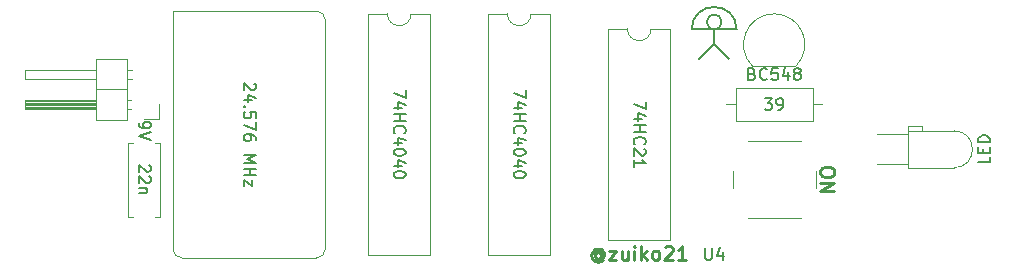
<source format=gto>
G04 #@! TF.GenerationSoftware,KiCad,Pcbnew,8.0.9*
G04 #@! TF.CreationDate,2025-03-02T13:36:19+01:00*
G04 #@! TF.ProjectId,strobe,7374726f-6265-42e6-9b69-6361645f7063,rev?*
G04 #@! TF.SameCoordinates,Original*
G04 #@! TF.FileFunction,Legend,Top*
G04 #@! TF.FilePolarity,Positive*
%FSLAX46Y46*%
G04 Gerber Fmt 4.6, Leading zero omitted, Abs format (unit mm)*
G04 Created by KiCad (PCBNEW 8.0.9) date 2025-03-02 13:36:19*
%MOMM*%
%LPD*%
G01*
G04 APERTURE LIST*
%ADD10C,0.200000*%
%ADD11C,0.240000*%
%ADD12C,0.150000*%
%ADD13C,0.120000*%
%ADD14R,1.600000X1.600000*%
%ADD15O,1.600000X1.600000*%
%ADD16R,1.050000X1.500000*%
%ADD17O,1.050000X1.500000*%
%ADD18C,2.000000*%
%ADD19R,1.800000X1.800000*%
%ADD20C,1.800000*%
%ADD21R,1.700000X1.700000*%
%ADD22O,1.700000X1.700000*%
%ADD23C,1.600000*%
%ADD24R,1.905000X2.000000*%
%ADD25O,1.905000X2.000000*%
G04 APERTURE END LIST*
D10*
X138430000Y-93980000D02*
X138430000Y-95250000D01*
X138430000Y-95250000D02*
X137160000Y-96520000D01*
X138430000Y-95250000D02*
X139700000Y-96520000D01*
X136525000Y-93980000D02*
G75*
G02*
X140335000Y-93980000I1905000J0D01*
G01*
X139065000Y-93345000D02*
G75*
G02*
X137795000Y-93345000I-635000J0D01*
G01*
X137795000Y-93345000D02*
G75*
G02*
X139065000Y-93345000I635000J0D01*
G01*
X136525000Y-93980000D02*
X140335000Y-93980000D01*
D11*
X128821465Y-112934234D02*
X128764322Y-112877091D01*
X128764322Y-112877091D02*
X128650036Y-112819948D01*
X128650036Y-112819948D02*
X128535751Y-112819948D01*
X128535751Y-112819948D02*
X128421465Y-112877091D01*
X128421465Y-112877091D02*
X128364322Y-112934234D01*
X128364322Y-112934234D02*
X128307179Y-113048520D01*
X128307179Y-113048520D02*
X128307179Y-113162805D01*
X128307179Y-113162805D02*
X128364322Y-113277091D01*
X128364322Y-113277091D02*
X128421465Y-113334234D01*
X128421465Y-113334234D02*
X128535751Y-113391377D01*
X128535751Y-113391377D02*
X128650036Y-113391377D01*
X128650036Y-113391377D02*
X128764322Y-113334234D01*
X128764322Y-113334234D02*
X128821465Y-113277091D01*
X128821465Y-112819948D02*
X128821465Y-113277091D01*
X128821465Y-113277091D02*
X128878608Y-113334234D01*
X128878608Y-113334234D02*
X128935751Y-113334234D01*
X128935751Y-113334234D02*
X129050036Y-113277091D01*
X129050036Y-113277091D02*
X129107179Y-113162805D01*
X129107179Y-113162805D02*
X129107179Y-112877091D01*
X129107179Y-112877091D02*
X128992894Y-112705662D01*
X128992894Y-112705662D02*
X128821465Y-112591377D01*
X128821465Y-112591377D02*
X128592894Y-112534234D01*
X128592894Y-112534234D02*
X128364322Y-112591377D01*
X128364322Y-112591377D02*
X128192894Y-112705662D01*
X128192894Y-112705662D02*
X128078608Y-112877091D01*
X128078608Y-112877091D02*
X128021465Y-113105662D01*
X128021465Y-113105662D02*
X128078608Y-113334234D01*
X128078608Y-113334234D02*
X128192894Y-113505662D01*
X128192894Y-113505662D02*
X128364322Y-113619948D01*
X128364322Y-113619948D02*
X128592894Y-113677091D01*
X128592894Y-113677091D02*
X128821465Y-113619948D01*
X128821465Y-113619948D02*
X128992894Y-113505662D01*
X129507179Y-112705662D02*
X130135751Y-112705662D01*
X130135751Y-112705662D02*
X129507179Y-113505662D01*
X129507179Y-113505662D02*
X130135751Y-113505662D01*
X131107180Y-112705662D02*
X131107180Y-113505662D01*
X130592894Y-112705662D02*
X130592894Y-113334234D01*
X130592894Y-113334234D02*
X130650037Y-113448520D01*
X130650037Y-113448520D02*
X130764322Y-113505662D01*
X130764322Y-113505662D02*
X130935751Y-113505662D01*
X130935751Y-113505662D02*
X131050037Y-113448520D01*
X131050037Y-113448520D02*
X131107180Y-113391377D01*
X131678608Y-113505662D02*
X131678608Y-112705662D01*
X131678608Y-112305662D02*
X131621465Y-112362805D01*
X131621465Y-112362805D02*
X131678608Y-112419948D01*
X131678608Y-112419948D02*
X131735751Y-112362805D01*
X131735751Y-112362805D02*
X131678608Y-112305662D01*
X131678608Y-112305662D02*
X131678608Y-112419948D01*
X132250037Y-113505662D02*
X132250037Y-112305662D01*
X132364323Y-113048520D02*
X132707180Y-113505662D01*
X132707180Y-112705662D02*
X132250037Y-113162805D01*
X133392894Y-113505662D02*
X133278609Y-113448520D01*
X133278609Y-113448520D02*
X133221466Y-113391377D01*
X133221466Y-113391377D02*
X133164323Y-113277091D01*
X133164323Y-113277091D02*
X133164323Y-112934234D01*
X133164323Y-112934234D02*
X133221466Y-112819948D01*
X133221466Y-112819948D02*
X133278609Y-112762805D01*
X133278609Y-112762805D02*
X133392894Y-112705662D01*
X133392894Y-112705662D02*
X133564323Y-112705662D01*
X133564323Y-112705662D02*
X133678609Y-112762805D01*
X133678609Y-112762805D02*
X133735752Y-112819948D01*
X133735752Y-112819948D02*
X133792894Y-112934234D01*
X133792894Y-112934234D02*
X133792894Y-113277091D01*
X133792894Y-113277091D02*
X133735752Y-113391377D01*
X133735752Y-113391377D02*
X133678609Y-113448520D01*
X133678609Y-113448520D02*
X133564323Y-113505662D01*
X133564323Y-113505662D02*
X133392894Y-113505662D01*
X134250037Y-112419948D02*
X134307180Y-112362805D01*
X134307180Y-112362805D02*
X134421466Y-112305662D01*
X134421466Y-112305662D02*
X134707180Y-112305662D01*
X134707180Y-112305662D02*
X134821466Y-112362805D01*
X134821466Y-112362805D02*
X134878608Y-112419948D01*
X134878608Y-112419948D02*
X134935751Y-112534234D01*
X134935751Y-112534234D02*
X134935751Y-112648520D01*
X134935751Y-112648520D02*
X134878608Y-112819948D01*
X134878608Y-112819948D02*
X134192894Y-113505662D01*
X134192894Y-113505662D02*
X134935751Y-113505662D01*
X136078608Y-113505662D02*
X135392894Y-113505662D01*
X135735751Y-113505662D02*
X135735751Y-112305662D01*
X135735751Y-112305662D02*
X135621465Y-112477091D01*
X135621465Y-112477091D02*
X135507180Y-112591377D01*
X135507180Y-112591377D02*
X135392894Y-112648520D01*
D12*
X132625180Y-100084286D02*
X132625180Y-100750952D01*
X132625180Y-100750952D02*
X131625180Y-100322381D01*
X132291847Y-101560476D02*
X131625180Y-101560476D01*
X132672800Y-101322381D02*
X131958514Y-101084286D01*
X131958514Y-101084286D02*
X131958514Y-101703333D01*
X131625180Y-102084286D02*
X132625180Y-102084286D01*
X132148990Y-102084286D02*
X132148990Y-102655714D01*
X131625180Y-102655714D02*
X132625180Y-102655714D01*
X131720419Y-103703333D02*
X131672800Y-103655714D01*
X131672800Y-103655714D02*
X131625180Y-103512857D01*
X131625180Y-103512857D02*
X131625180Y-103417619D01*
X131625180Y-103417619D02*
X131672800Y-103274762D01*
X131672800Y-103274762D02*
X131768038Y-103179524D01*
X131768038Y-103179524D02*
X131863276Y-103131905D01*
X131863276Y-103131905D02*
X132053752Y-103084286D01*
X132053752Y-103084286D02*
X132196609Y-103084286D01*
X132196609Y-103084286D02*
X132387085Y-103131905D01*
X132387085Y-103131905D02*
X132482323Y-103179524D01*
X132482323Y-103179524D02*
X132577561Y-103274762D01*
X132577561Y-103274762D02*
X132625180Y-103417619D01*
X132625180Y-103417619D02*
X132625180Y-103512857D01*
X132625180Y-103512857D02*
X132577561Y-103655714D01*
X132577561Y-103655714D02*
X132529942Y-103703333D01*
X132529942Y-104084286D02*
X132577561Y-104131905D01*
X132577561Y-104131905D02*
X132625180Y-104227143D01*
X132625180Y-104227143D02*
X132625180Y-104465238D01*
X132625180Y-104465238D02*
X132577561Y-104560476D01*
X132577561Y-104560476D02*
X132529942Y-104608095D01*
X132529942Y-104608095D02*
X132434704Y-104655714D01*
X132434704Y-104655714D02*
X132339466Y-104655714D01*
X132339466Y-104655714D02*
X132196609Y-104608095D01*
X132196609Y-104608095D02*
X131625180Y-104036667D01*
X131625180Y-104036667D02*
X131625180Y-104655714D01*
X131625180Y-105608095D02*
X131625180Y-105036667D01*
X131625180Y-105322381D02*
X132625180Y-105322381D01*
X132625180Y-105322381D02*
X132482323Y-105227143D01*
X132482323Y-105227143D02*
X132387085Y-105131905D01*
X132387085Y-105131905D02*
X132339466Y-105036667D01*
X122465180Y-99131905D02*
X122465180Y-99798571D01*
X122465180Y-99798571D02*
X121465180Y-99370000D01*
X122131847Y-100608095D02*
X121465180Y-100608095D01*
X122512800Y-100370000D02*
X121798514Y-100131905D01*
X121798514Y-100131905D02*
X121798514Y-100750952D01*
X121465180Y-101131905D02*
X122465180Y-101131905D01*
X121988990Y-101131905D02*
X121988990Y-101703333D01*
X121465180Y-101703333D02*
X122465180Y-101703333D01*
X121560419Y-102750952D02*
X121512800Y-102703333D01*
X121512800Y-102703333D02*
X121465180Y-102560476D01*
X121465180Y-102560476D02*
X121465180Y-102465238D01*
X121465180Y-102465238D02*
X121512800Y-102322381D01*
X121512800Y-102322381D02*
X121608038Y-102227143D01*
X121608038Y-102227143D02*
X121703276Y-102179524D01*
X121703276Y-102179524D02*
X121893752Y-102131905D01*
X121893752Y-102131905D02*
X122036609Y-102131905D01*
X122036609Y-102131905D02*
X122227085Y-102179524D01*
X122227085Y-102179524D02*
X122322323Y-102227143D01*
X122322323Y-102227143D02*
X122417561Y-102322381D01*
X122417561Y-102322381D02*
X122465180Y-102465238D01*
X122465180Y-102465238D02*
X122465180Y-102560476D01*
X122465180Y-102560476D02*
X122417561Y-102703333D01*
X122417561Y-102703333D02*
X122369942Y-102750952D01*
X122131847Y-103608095D02*
X121465180Y-103608095D01*
X122512800Y-103370000D02*
X121798514Y-103131905D01*
X121798514Y-103131905D02*
X121798514Y-103750952D01*
X122465180Y-104322381D02*
X122465180Y-104417619D01*
X122465180Y-104417619D02*
X122417561Y-104512857D01*
X122417561Y-104512857D02*
X122369942Y-104560476D01*
X122369942Y-104560476D02*
X122274704Y-104608095D01*
X122274704Y-104608095D02*
X122084228Y-104655714D01*
X122084228Y-104655714D02*
X121846133Y-104655714D01*
X121846133Y-104655714D02*
X121655657Y-104608095D01*
X121655657Y-104608095D02*
X121560419Y-104560476D01*
X121560419Y-104560476D02*
X121512800Y-104512857D01*
X121512800Y-104512857D02*
X121465180Y-104417619D01*
X121465180Y-104417619D02*
X121465180Y-104322381D01*
X121465180Y-104322381D02*
X121512800Y-104227143D01*
X121512800Y-104227143D02*
X121560419Y-104179524D01*
X121560419Y-104179524D02*
X121655657Y-104131905D01*
X121655657Y-104131905D02*
X121846133Y-104084286D01*
X121846133Y-104084286D02*
X122084228Y-104084286D01*
X122084228Y-104084286D02*
X122274704Y-104131905D01*
X122274704Y-104131905D02*
X122369942Y-104179524D01*
X122369942Y-104179524D02*
X122417561Y-104227143D01*
X122417561Y-104227143D02*
X122465180Y-104322381D01*
X122131847Y-105512857D02*
X121465180Y-105512857D01*
X122512800Y-105274762D02*
X121798514Y-105036667D01*
X121798514Y-105036667D02*
X121798514Y-105655714D01*
X122465180Y-106227143D02*
X122465180Y-106322381D01*
X122465180Y-106322381D02*
X122417561Y-106417619D01*
X122417561Y-106417619D02*
X122369942Y-106465238D01*
X122369942Y-106465238D02*
X122274704Y-106512857D01*
X122274704Y-106512857D02*
X122084228Y-106560476D01*
X122084228Y-106560476D02*
X121846133Y-106560476D01*
X121846133Y-106560476D02*
X121655657Y-106512857D01*
X121655657Y-106512857D02*
X121560419Y-106465238D01*
X121560419Y-106465238D02*
X121512800Y-106417619D01*
X121512800Y-106417619D02*
X121465180Y-106322381D01*
X121465180Y-106322381D02*
X121465180Y-106227143D01*
X121465180Y-106227143D02*
X121512800Y-106131905D01*
X121512800Y-106131905D02*
X121560419Y-106084286D01*
X121560419Y-106084286D02*
X121655657Y-106036667D01*
X121655657Y-106036667D02*
X121846133Y-105989048D01*
X121846133Y-105989048D02*
X122084228Y-105989048D01*
X122084228Y-105989048D02*
X122274704Y-106036667D01*
X122274704Y-106036667D02*
X122369942Y-106084286D01*
X122369942Y-106084286D02*
X122417561Y-106131905D01*
X122417561Y-106131905D02*
X122465180Y-106227143D01*
X141652857Y-97721009D02*
X141795714Y-97768628D01*
X141795714Y-97768628D02*
X141843333Y-97816247D01*
X141843333Y-97816247D02*
X141890952Y-97911485D01*
X141890952Y-97911485D02*
X141890952Y-98054342D01*
X141890952Y-98054342D02*
X141843333Y-98149580D01*
X141843333Y-98149580D02*
X141795714Y-98197200D01*
X141795714Y-98197200D02*
X141700476Y-98244819D01*
X141700476Y-98244819D02*
X141319524Y-98244819D01*
X141319524Y-98244819D02*
X141319524Y-97244819D01*
X141319524Y-97244819D02*
X141652857Y-97244819D01*
X141652857Y-97244819D02*
X141748095Y-97292438D01*
X141748095Y-97292438D02*
X141795714Y-97340057D01*
X141795714Y-97340057D02*
X141843333Y-97435295D01*
X141843333Y-97435295D02*
X141843333Y-97530533D01*
X141843333Y-97530533D02*
X141795714Y-97625771D01*
X141795714Y-97625771D02*
X141748095Y-97673390D01*
X141748095Y-97673390D02*
X141652857Y-97721009D01*
X141652857Y-97721009D02*
X141319524Y-97721009D01*
X142890952Y-98149580D02*
X142843333Y-98197200D01*
X142843333Y-98197200D02*
X142700476Y-98244819D01*
X142700476Y-98244819D02*
X142605238Y-98244819D01*
X142605238Y-98244819D02*
X142462381Y-98197200D01*
X142462381Y-98197200D02*
X142367143Y-98101961D01*
X142367143Y-98101961D02*
X142319524Y-98006723D01*
X142319524Y-98006723D02*
X142271905Y-97816247D01*
X142271905Y-97816247D02*
X142271905Y-97673390D01*
X142271905Y-97673390D02*
X142319524Y-97482914D01*
X142319524Y-97482914D02*
X142367143Y-97387676D01*
X142367143Y-97387676D02*
X142462381Y-97292438D01*
X142462381Y-97292438D02*
X142605238Y-97244819D01*
X142605238Y-97244819D02*
X142700476Y-97244819D01*
X142700476Y-97244819D02*
X142843333Y-97292438D01*
X142843333Y-97292438D02*
X142890952Y-97340057D01*
X143795714Y-97244819D02*
X143319524Y-97244819D01*
X143319524Y-97244819D02*
X143271905Y-97721009D01*
X143271905Y-97721009D02*
X143319524Y-97673390D01*
X143319524Y-97673390D02*
X143414762Y-97625771D01*
X143414762Y-97625771D02*
X143652857Y-97625771D01*
X143652857Y-97625771D02*
X143748095Y-97673390D01*
X143748095Y-97673390D02*
X143795714Y-97721009D01*
X143795714Y-97721009D02*
X143843333Y-97816247D01*
X143843333Y-97816247D02*
X143843333Y-98054342D01*
X143843333Y-98054342D02*
X143795714Y-98149580D01*
X143795714Y-98149580D02*
X143748095Y-98197200D01*
X143748095Y-98197200D02*
X143652857Y-98244819D01*
X143652857Y-98244819D02*
X143414762Y-98244819D01*
X143414762Y-98244819D02*
X143319524Y-98197200D01*
X143319524Y-98197200D02*
X143271905Y-98149580D01*
X144700476Y-97578152D02*
X144700476Y-98244819D01*
X144462381Y-97197200D02*
X144224286Y-97911485D01*
X144224286Y-97911485D02*
X144843333Y-97911485D01*
X145367143Y-97673390D02*
X145271905Y-97625771D01*
X145271905Y-97625771D02*
X145224286Y-97578152D01*
X145224286Y-97578152D02*
X145176667Y-97482914D01*
X145176667Y-97482914D02*
X145176667Y-97435295D01*
X145176667Y-97435295D02*
X145224286Y-97340057D01*
X145224286Y-97340057D02*
X145271905Y-97292438D01*
X145271905Y-97292438D02*
X145367143Y-97244819D01*
X145367143Y-97244819D02*
X145557619Y-97244819D01*
X145557619Y-97244819D02*
X145652857Y-97292438D01*
X145652857Y-97292438D02*
X145700476Y-97340057D01*
X145700476Y-97340057D02*
X145748095Y-97435295D01*
X145748095Y-97435295D02*
X145748095Y-97482914D01*
X145748095Y-97482914D02*
X145700476Y-97578152D01*
X145700476Y-97578152D02*
X145652857Y-97625771D01*
X145652857Y-97625771D02*
X145557619Y-97673390D01*
X145557619Y-97673390D02*
X145367143Y-97673390D01*
X145367143Y-97673390D02*
X145271905Y-97721009D01*
X145271905Y-97721009D02*
X145224286Y-97768628D01*
X145224286Y-97768628D02*
X145176667Y-97863866D01*
X145176667Y-97863866D02*
X145176667Y-98054342D01*
X145176667Y-98054342D02*
X145224286Y-98149580D01*
X145224286Y-98149580D02*
X145271905Y-98197200D01*
X145271905Y-98197200D02*
X145367143Y-98244819D01*
X145367143Y-98244819D02*
X145557619Y-98244819D01*
X145557619Y-98244819D02*
X145652857Y-98197200D01*
X145652857Y-98197200D02*
X145700476Y-98149580D01*
X145700476Y-98149580D02*
X145748095Y-98054342D01*
X145748095Y-98054342D02*
X145748095Y-97863866D01*
X145748095Y-97863866D02*
X145700476Y-97768628D01*
X145700476Y-97768628D02*
X145652857Y-97721009D01*
X145652857Y-97721009D02*
X145557619Y-97673390D01*
X112305180Y-99131905D02*
X112305180Y-99798571D01*
X112305180Y-99798571D02*
X111305180Y-99370000D01*
X111971847Y-100608095D02*
X111305180Y-100608095D01*
X112352800Y-100370000D02*
X111638514Y-100131905D01*
X111638514Y-100131905D02*
X111638514Y-100750952D01*
X111305180Y-101131905D02*
X112305180Y-101131905D01*
X111828990Y-101131905D02*
X111828990Y-101703333D01*
X111305180Y-101703333D02*
X112305180Y-101703333D01*
X111400419Y-102750952D02*
X111352800Y-102703333D01*
X111352800Y-102703333D02*
X111305180Y-102560476D01*
X111305180Y-102560476D02*
X111305180Y-102465238D01*
X111305180Y-102465238D02*
X111352800Y-102322381D01*
X111352800Y-102322381D02*
X111448038Y-102227143D01*
X111448038Y-102227143D02*
X111543276Y-102179524D01*
X111543276Y-102179524D02*
X111733752Y-102131905D01*
X111733752Y-102131905D02*
X111876609Y-102131905D01*
X111876609Y-102131905D02*
X112067085Y-102179524D01*
X112067085Y-102179524D02*
X112162323Y-102227143D01*
X112162323Y-102227143D02*
X112257561Y-102322381D01*
X112257561Y-102322381D02*
X112305180Y-102465238D01*
X112305180Y-102465238D02*
X112305180Y-102560476D01*
X112305180Y-102560476D02*
X112257561Y-102703333D01*
X112257561Y-102703333D02*
X112209942Y-102750952D01*
X111971847Y-103608095D02*
X111305180Y-103608095D01*
X112352800Y-103370000D02*
X111638514Y-103131905D01*
X111638514Y-103131905D02*
X111638514Y-103750952D01*
X112305180Y-104322381D02*
X112305180Y-104417619D01*
X112305180Y-104417619D02*
X112257561Y-104512857D01*
X112257561Y-104512857D02*
X112209942Y-104560476D01*
X112209942Y-104560476D02*
X112114704Y-104608095D01*
X112114704Y-104608095D02*
X111924228Y-104655714D01*
X111924228Y-104655714D02*
X111686133Y-104655714D01*
X111686133Y-104655714D02*
X111495657Y-104608095D01*
X111495657Y-104608095D02*
X111400419Y-104560476D01*
X111400419Y-104560476D02*
X111352800Y-104512857D01*
X111352800Y-104512857D02*
X111305180Y-104417619D01*
X111305180Y-104417619D02*
X111305180Y-104322381D01*
X111305180Y-104322381D02*
X111352800Y-104227143D01*
X111352800Y-104227143D02*
X111400419Y-104179524D01*
X111400419Y-104179524D02*
X111495657Y-104131905D01*
X111495657Y-104131905D02*
X111686133Y-104084286D01*
X111686133Y-104084286D02*
X111924228Y-104084286D01*
X111924228Y-104084286D02*
X112114704Y-104131905D01*
X112114704Y-104131905D02*
X112209942Y-104179524D01*
X112209942Y-104179524D02*
X112257561Y-104227143D01*
X112257561Y-104227143D02*
X112305180Y-104322381D01*
X111971847Y-105512857D02*
X111305180Y-105512857D01*
X112352800Y-105274762D02*
X111638514Y-105036667D01*
X111638514Y-105036667D02*
X111638514Y-105655714D01*
X112305180Y-106227143D02*
X112305180Y-106322381D01*
X112305180Y-106322381D02*
X112257561Y-106417619D01*
X112257561Y-106417619D02*
X112209942Y-106465238D01*
X112209942Y-106465238D02*
X112114704Y-106512857D01*
X112114704Y-106512857D02*
X111924228Y-106560476D01*
X111924228Y-106560476D02*
X111686133Y-106560476D01*
X111686133Y-106560476D02*
X111495657Y-106512857D01*
X111495657Y-106512857D02*
X111400419Y-106465238D01*
X111400419Y-106465238D02*
X111352800Y-106417619D01*
X111352800Y-106417619D02*
X111305180Y-106322381D01*
X111305180Y-106322381D02*
X111305180Y-106227143D01*
X111305180Y-106227143D02*
X111352800Y-106131905D01*
X111352800Y-106131905D02*
X111400419Y-106084286D01*
X111400419Y-106084286D02*
X111495657Y-106036667D01*
X111495657Y-106036667D02*
X111686133Y-105989048D01*
X111686133Y-105989048D02*
X111924228Y-105989048D01*
X111924228Y-105989048D02*
X112114704Y-106036667D01*
X112114704Y-106036667D02*
X112209942Y-106084286D01*
X112209942Y-106084286D02*
X112257561Y-106131905D01*
X112257561Y-106131905D02*
X112305180Y-106227143D01*
D11*
X148612337Y-105937142D02*
X148612337Y-106165714D01*
X148612337Y-106165714D02*
X148555194Y-106279999D01*
X148555194Y-106279999D02*
X148440908Y-106394285D01*
X148440908Y-106394285D02*
X148212337Y-106451428D01*
X148212337Y-106451428D02*
X147812337Y-106451428D01*
X147812337Y-106451428D02*
X147583765Y-106394285D01*
X147583765Y-106394285D02*
X147469480Y-106279999D01*
X147469480Y-106279999D02*
X147412337Y-106165714D01*
X147412337Y-106165714D02*
X147412337Y-105937142D01*
X147412337Y-105937142D02*
X147469480Y-105822857D01*
X147469480Y-105822857D02*
X147583765Y-105708571D01*
X147583765Y-105708571D02*
X147812337Y-105651428D01*
X147812337Y-105651428D02*
X148212337Y-105651428D01*
X148212337Y-105651428D02*
X148440908Y-105708571D01*
X148440908Y-105708571D02*
X148555194Y-105822857D01*
X148555194Y-105822857D02*
X148612337Y-105937142D01*
X147412337Y-106965714D02*
X148612337Y-106965714D01*
X148612337Y-106965714D02*
X147412337Y-107651428D01*
X147412337Y-107651428D02*
X148612337Y-107651428D01*
D12*
X161754819Y-104762857D02*
X161754819Y-105239047D01*
X161754819Y-105239047D02*
X160754819Y-105239047D01*
X161231009Y-104429523D02*
X161231009Y-104096190D01*
X161754819Y-103953333D02*
X161754819Y-104429523D01*
X161754819Y-104429523D02*
X160754819Y-104429523D01*
X160754819Y-104429523D02*
X160754819Y-103953333D01*
X161754819Y-103524761D02*
X160754819Y-103524761D01*
X160754819Y-103524761D02*
X160754819Y-103286666D01*
X160754819Y-103286666D02*
X160802438Y-103143809D01*
X160802438Y-103143809D02*
X160897676Y-103048571D01*
X160897676Y-103048571D02*
X160992914Y-103000952D01*
X160992914Y-103000952D02*
X161183390Y-102953333D01*
X161183390Y-102953333D02*
X161326247Y-102953333D01*
X161326247Y-102953333D02*
X161516723Y-103000952D01*
X161516723Y-103000952D02*
X161611961Y-103048571D01*
X161611961Y-103048571D02*
X161707200Y-103143809D01*
X161707200Y-103143809D02*
X161754819Y-103286666D01*
X161754819Y-103286666D02*
X161754819Y-103524761D01*
X89715180Y-101875952D02*
X89715180Y-102066428D01*
X89715180Y-102066428D02*
X89762800Y-102161666D01*
X89762800Y-102161666D02*
X89810419Y-102209285D01*
X89810419Y-102209285D02*
X89953276Y-102304523D01*
X89953276Y-102304523D02*
X90143752Y-102352142D01*
X90143752Y-102352142D02*
X90524704Y-102352142D01*
X90524704Y-102352142D02*
X90619942Y-102304523D01*
X90619942Y-102304523D02*
X90667561Y-102256904D01*
X90667561Y-102256904D02*
X90715180Y-102161666D01*
X90715180Y-102161666D02*
X90715180Y-101971190D01*
X90715180Y-101971190D02*
X90667561Y-101875952D01*
X90667561Y-101875952D02*
X90619942Y-101828333D01*
X90619942Y-101828333D02*
X90524704Y-101780714D01*
X90524704Y-101780714D02*
X90286609Y-101780714D01*
X90286609Y-101780714D02*
X90191371Y-101828333D01*
X90191371Y-101828333D02*
X90143752Y-101875952D01*
X90143752Y-101875952D02*
X90096133Y-101971190D01*
X90096133Y-101971190D02*
X90096133Y-102161666D01*
X90096133Y-102161666D02*
X90143752Y-102256904D01*
X90143752Y-102256904D02*
X90191371Y-102304523D01*
X90191371Y-102304523D02*
X90286609Y-102352142D01*
X90715180Y-102637857D02*
X89715180Y-102971190D01*
X89715180Y-102971190D02*
X90715180Y-103304523D01*
X142700476Y-99784819D02*
X143319523Y-99784819D01*
X143319523Y-99784819D02*
X142986190Y-100165771D01*
X142986190Y-100165771D02*
X143129047Y-100165771D01*
X143129047Y-100165771D02*
X143224285Y-100213390D01*
X143224285Y-100213390D02*
X143271904Y-100261009D01*
X143271904Y-100261009D02*
X143319523Y-100356247D01*
X143319523Y-100356247D02*
X143319523Y-100594342D01*
X143319523Y-100594342D02*
X143271904Y-100689580D01*
X143271904Y-100689580D02*
X143224285Y-100737200D01*
X143224285Y-100737200D02*
X143129047Y-100784819D01*
X143129047Y-100784819D02*
X142843333Y-100784819D01*
X142843333Y-100784819D02*
X142748095Y-100737200D01*
X142748095Y-100737200D02*
X142700476Y-100689580D01*
X143795714Y-100784819D02*
X143986190Y-100784819D01*
X143986190Y-100784819D02*
X144081428Y-100737200D01*
X144081428Y-100737200D02*
X144129047Y-100689580D01*
X144129047Y-100689580D02*
X144224285Y-100546723D01*
X144224285Y-100546723D02*
X144271904Y-100356247D01*
X144271904Y-100356247D02*
X144271904Y-99975295D01*
X144271904Y-99975295D02*
X144224285Y-99880057D01*
X144224285Y-99880057D02*
X144176666Y-99832438D01*
X144176666Y-99832438D02*
X144081428Y-99784819D01*
X144081428Y-99784819D02*
X143890952Y-99784819D01*
X143890952Y-99784819D02*
X143795714Y-99832438D01*
X143795714Y-99832438D02*
X143748095Y-99880057D01*
X143748095Y-99880057D02*
X143700476Y-99975295D01*
X143700476Y-99975295D02*
X143700476Y-100213390D01*
X143700476Y-100213390D02*
X143748095Y-100308628D01*
X143748095Y-100308628D02*
X143795714Y-100356247D01*
X143795714Y-100356247D02*
X143890952Y-100403866D01*
X143890952Y-100403866D02*
X144081428Y-100403866D01*
X144081428Y-100403866D02*
X144176666Y-100356247D01*
X144176666Y-100356247D02*
X144224285Y-100308628D01*
X144224285Y-100308628D02*
X144271904Y-100213390D01*
X99509942Y-98560476D02*
X99557561Y-98608095D01*
X99557561Y-98608095D02*
X99605180Y-98703333D01*
X99605180Y-98703333D02*
X99605180Y-98941428D01*
X99605180Y-98941428D02*
X99557561Y-99036666D01*
X99557561Y-99036666D02*
X99509942Y-99084285D01*
X99509942Y-99084285D02*
X99414704Y-99131904D01*
X99414704Y-99131904D02*
X99319466Y-99131904D01*
X99319466Y-99131904D02*
X99176609Y-99084285D01*
X99176609Y-99084285D02*
X98605180Y-98512857D01*
X98605180Y-98512857D02*
X98605180Y-99131904D01*
X99271847Y-99989047D02*
X98605180Y-99989047D01*
X99652800Y-99750952D02*
X98938514Y-99512857D01*
X98938514Y-99512857D02*
X98938514Y-100131904D01*
X98700419Y-100512857D02*
X98652800Y-100560476D01*
X98652800Y-100560476D02*
X98605180Y-100512857D01*
X98605180Y-100512857D02*
X98652800Y-100465238D01*
X98652800Y-100465238D02*
X98700419Y-100512857D01*
X98700419Y-100512857D02*
X98605180Y-100512857D01*
X99605180Y-101465237D02*
X99605180Y-100989047D01*
X99605180Y-100989047D02*
X99128990Y-100941428D01*
X99128990Y-100941428D02*
X99176609Y-100989047D01*
X99176609Y-100989047D02*
X99224228Y-101084285D01*
X99224228Y-101084285D02*
X99224228Y-101322380D01*
X99224228Y-101322380D02*
X99176609Y-101417618D01*
X99176609Y-101417618D02*
X99128990Y-101465237D01*
X99128990Y-101465237D02*
X99033752Y-101512856D01*
X99033752Y-101512856D02*
X98795657Y-101512856D01*
X98795657Y-101512856D02*
X98700419Y-101465237D01*
X98700419Y-101465237D02*
X98652800Y-101417618D01*
X98652800Y-101417618D02*
X98605180Y-101322380D01*
X98605180Y-101322380D02*
X98605180Y-101084285D01*
X98605180Y-101084285D02*
X98652800Y-100989047D01*
X98652800Y-100989047D02*
X98700419Y-100941428D01*
X99605180Y-101846190D02*
X99605180Y-102512856D01*
X99605180Y-102512856D02*
X98605180Y-102084285D01*
X99605180Y-103322380D02*
X99605180Y-103131904D01*
X99605180Y-103131904D02*
X99557561Y-103036666D01*
X99557561Y-103036666D02*
X99509942Y-102989047D01*
X99509942Y-102989047D02*
X99367085Y-102893809D01*
X99367085Y-102893809D02*
X99176609Y-102846190D01*
X99176609Y-102846190D02*
X98795657Y-102846190D01*
X98795657Y-102846190D02*
X98700419Y-102893809D01*
X98700419Y-102893809D02*
X98652800Y-102941428D01*
X98652800Y-102941428D02*
X98605180Y-103036666D01*
X98605180Y-103036666D02*
X98605180Y-103227142D01*
X98605180Y-103227142D02*
X98652800Y-103322380D01*
X98652800Y-103322380D02*
X98700419Y-103369999D01*
X98700419Y-103369999D02*
X98795657Y-103417618D01*
X98795657Y-103417618D02*
X99033752Y-103417618D01*
X99033752Y-103417618D02*
X99128990Y-103369999D01*
X99128990Y-103369999D02*
X99176609Y-103322380D01*
X99176609Y-103322380D02*
X99224228Y-103227142D01*
X99224228Y-103227142D02*
X99224228Y-103036666D01*
X99224228Y-103036666D02*
X99176609Y-102941428D01*
X99176609Y-102941428D02*
X99128990Y-102893809D01*
X99128990Y-102893809D02*
X99033752Y-102846190D01*
X98605180Y-104608095D02*
X99605180Y-104608095D01*
X99605180Y-104608095D02*
X98890895Y-104941428D01*
X98890895Y-104941428D02*
X99605180Y-105274761D01*
X99605180Y-105274761D02*
X98605180Y-105274761D01*
X98605180Y-105750952D02*
X99605180Y-105750952D01*
X99128990Y-105750952D02*
X99128990Y-106322380D01*
X98605180Y-106322380D02*
X99605180Y-106322380D01*
X99271847Y-106703333D02*
X99271847Y-107227142D01*
X99271847Y-107227142D02*
X98605180Y-106703333D01*
X98605180Y-106703333D02*
X98605180Y-107227142D01*
X90619942Y-105465714D02*
X90667561Y-105513333D01*
X90667561Y-105513333D02*
X90715180Y-105608571D01*
X90715180Y-105608571D02*
X90715180Y-105846666D01*
X90715180Y-105846666D02*
X90667561Y-105941904D01*
X90667561Y-105941904D02*
X90619942Y-105989523D01*
X90619942Y-105989523D02*
X90524704Y-106037142D01*
X90524704Y-106037142D02*
X90429466Y-106037142D01*
X90429466Y-106037142D02*
X90286609Y-105989523D01*
X90286609Y-105989523D02*
X89715180Y-105418095D01*
X89715180Y-105418095D02*
X89715180Y-106037142D01*
X90619942Y-106418095D02*
X90667561Y-106465714D01*
X90667561Y-106465714D02*
X90715180Y-106560952D01*
X90715180Y-106560952D02*
X90715180Y-106799047D01*
X90715180Y-106799047D02*
X90667561Y-106894285D01*
X90667561Y-106894285D02*
X90619942Y-106941904D01*
X90619942Y-106941904D02*
X90524704Y-106989523D01*
X90524704Y-106989523D02*
X90429466Y-106989523D01*
X90429466Y-106989523D02*
X90286609Y-106941904D01*
X90286609Y-106941904D02*
X89715180Y-106370476D01*
X89715180Y-106370476D02*
X89715180Y-106989523D01*
X90381847Y-107418095D02*
X89715180Y-107418095D01*
X90286609Y-107418095D02*
X90334228Y-107465714D01*
X90334228Y-107465714D02*
X90381847Y-107560952D01*
X90381847Y-107560952D02*
X90381847Y-107703809D01*
X90381847Y-107703809D02*
X90334228Y-107799047D01*
X90334228Y-107799047D02*
X90238990Y-107846666D01*
X90238990Y-107846666D02*
X89715180Y-107846666D01*
X137668095Y-112484819D02*
X137668095Y-113294342D01*
X137668095Y-113294342D02*
X137715714Y-113389580D01*
X137715714Y-113389580D02*
X137763333Y-113437200D01*
X137763333Y-113437200D02*
X137858571Y-113484819D01*
X137858571Y-113484819D02*
X138049047Y-113484819D01*
X138049047Y-113484819D02*
X138144285Y-113437200D01*
X138144285Y-113437200D02*
X138191904Y-113389580D01*
X138191904Y-113389580D02*
X138239523Y-113294342D01*
X138239523Y-113294342D02*
X138239523Y-112484819D01*
X139144285Y-112818152D02*
X139144285Y-113484819D01*
X138906190Y-112437200D02*
X138668095Y-113151485D01*
X138668095Y-113151485D02*
X139287142Y-113151485D01*
D13*
X129430000Y-93920000D02*
X129430000Y-111820000D01*
X129430000Y-111820000D02*
X134730000Y-111820000D01*
X131080000Y-93920000D02*
X129430000Y-93920000D01*
X134730000Y-93920000D02*
X133080000Y-93920000D01*
X134730000Y-111820000D02*
X134730000Y-93920000D01*
X133080000Y-93920000D02*
G75*
G02*
X131080000Y-93920000I-1000000J0D01*
G01*
X119270000Y-92650000D02*
X119270000Y-113090000D01*
X119270000Y-113090000D02*
X124570000Y-113090000D01*
X120920000Y-92650000D02*
X119270000Y-92650000D01*
X124570000Y-92650000D02*
X122920000Y-92650000D01*
X124570000Y-113090000D02*
X124570000Y-92650000D01*
X122920000Y-92650000D02*
G75*
G02*
X120920000Y-92650000I-1000000J0D01*
G01*
X141710000Y-97100000D02*
X145310000Y-97100000D01*
X141671522Y-97088478D02*
G75*
G02*
X143510000Y-92649999I1838478J1838478D01*
G01*
X143510000Y-92650000D02*
G75*
G02*
X145348478Y-97088478I0J-2600000D01*
G01*
X109110000Y-92650000D02*
X109110000Y-113090000D01*
X109110000Y-113090000D02*
X114410000Y-113090000D01*
X110760000Y-92650000D02*
X109110000Y-92650000D01*
X114410000Y-92650000D02*
X112760000Y-92650000D01*
X114410000Y-113090000D02*
X114410000Y-92650000D01*
X112760000Y-92650000D02*
G75*
G02*
X110760000Y-92650000I-1000000J0D01*
G01*
X140010000Y-105930000D02*
X140010000Y-107430000D01*
X141260000Y-109930000D02*
X145760000Y-109930000D01*
X145760000Y-103430000D02*
X141260000Y-103430000D01*
X147010000Y-107430000D02*
X147010000Y-105930000D01*
X152210000Y-102850000D02*
X152210000Y-102850000D01*
X152210000Y-102850000D02*
X154880000Y-102850000D01*
X152210000Y-105390000D02*
X152210000Y-105390000D01*
X152210000Y-105390000D02*
X154880000Y-105390000D01*
X154880000Y-102160000D02*
X156000000Y-102160000D01*
X154880000Y-102560000D02*
X154880000Y-102160000D01*
X154880000Y-102560000D02*
X158740000Y-102560000D01*
X154880000Y-102850000D02*
X152210000Y-102850000D01*
X154880000Y-102850000D02*
X154880000Y-102850000D01*
X154880000Y-105390000D02*
X152210000Y-105390000D01*
X154880000Y-105390000D02*
X154880000Y-105390000D01*
X154880000Y-105680000D02*
X154880000Y-102560000D01*
X154880000Y-105680000D02*
X158740000Y-105680000D01*
X156000000Y-102160000D02*
X156000000Y-102560000D01*
X156000000Y-102560000D02*
X154880000Y-102560000D01*
X158740000Y-102560000D02*
G75*
G02*
X158740000Y-105680000I0J-1560000D01*
G01*
X80070000Y-97410000D02*
X86070000Y-97410000D01*
X80070000Y-98170000D02*
X80070000Y-97410000D01*
X80070000Y-99950000D02*
X86070000Y-99950000D01*
X80070000Y-100710000D02*
X80070000Y-99950000D01*
X86070000Y-96460000D02*
X86070000Y-101660000D01*
X86070000Y-98170000D02*
X80070000Y-98170000D01*
X86070000Y-100050000D02*
X80070000Y-100050000D01*
X86070000Y-100170000D02*
X80070000Y-100170000D01*
X86070000Y-100290000D02*
X80070000Y-100290000D01*
X86070000Y-100410000D02*
X80070000Y-100410000D01*
X86070000Y-100530000D02*
X80070000Y-100530000D01*
X86070000Y-100650000D02*
X80070000Y-100650000D01*
X86070000Y-100710000D02*
X80070000Y-100710000D01*
X86070000Y-101660000D02*
X88730000Y-101660000D01*
X88730000Y-96460000D02*
X86070000Y-96460000D01*
X88730000Y-99060000D02*
X86070000Y-99060000D01*
X88730000Y-101660000D02*
X88730000Y-96460000D01*
X89060000Y-99950000D02*
X88730000Y-99950000D01*
X89060000Y-100710000D02*
X88730000Y-100710000D01*
X89127071Y-97410000D02*
X88730000Y-97410000D01*
X89127071Y-98170000D02*
X88730000Y-98170000D01*
X91440000Y-100330000D02*
X91440000Y-101600000D01*
X91440000Y-101600000D02*
X90170000Y-101600000D01*
X139470000Y-100330000D02*
X140240000Y-100330000D01*
X140240000Y-98960000D02*
X140240000Y-101700000D01*
X140240000Y-101700000D02*
X146780000Y-101700000D01*
X146780000Y-98960000D02*
X140240000Y-98960000D01*
X146780000Y-101700000D02*
X146780000Y-98960000D01*
X147550000Y-100330000D02*
X146780000Y-100330000D01*
X92610000Y-92420000D02*
X92610000Y-112570000D01*
X93360000Y-113320000D02*
X104760000Y-113320000D01*
X104760000Y-92420000D02*
X92610000Y-92420000D01*
X105510000Y-112570000D02*
X105510000Y-93170000D01*
X93360000Y-113320000D02*
G75*
G02*
X92610000Y-112570000I0J750000D01*
G01*
X104760000Y-92420000D02*
G75*
G02*
X105510000Y-93170000I0J-750000D01*
G01*
X105510000Y-112570000D02*
G75*
G02*
X104760000Y-113320000I-750000J0D01*
G01*
X88800000Y-103600000D02*
X88800000Y-109840000D01*
X89245000Y-103600000D02*
X88800000Y-103600000D01*
X89245000Y-109840000D02*
X88800000Y-109840000D01*
X91540000Y-103600000D02*
X91095000Y-103600000D01*
X91540000Y-103600000D02*
X91540000Y-109840000D01*
X91540000Y-109840000D02*
X91095000Y-109840000D01*
%LPC*%
D14*
X128270000Y-95250000D03*
D15*
X128270000Y-97790000D03*
X128270000Y-100330000D03*
X128270000Y-102870000D03*
X128270000Y-105410000D03*
X128270000Y-107950000D03*
X128270000Y-110490000D03*
X135890000Y-110490000D03*
X135890000Y-107950000D03*
X135890000Y-105410000D03*
X135890000Y-102870000D03*
X135890000Y-100330000D03*
X135890000Y-97790000D03*
X135890000Y-95250000D03*
D14*
X118110000Y-93980000D03*
D15*
X118110000Y-96520000D03*
X118110000Y-99060000D03*
X118110000Y-101600000D03*
X118110000Y-104140000D03*
X118110000Y-106680000D03*
X118110000Y-109220000D03*
X118110000Y-111760000D03*
X125730000Y-111760000D03*
X125730000Y-109220000D03*
X125730000Y-106680000D03*
X125730000Y-104140000D03*
X125730000Y-101600000D03*
X125730000Y-99060000D03*
X125730000Y-96520000D03*
X125730000Y-93980000D03*
D16*
X142240000Y-95250000D03*
D17*
X143510000Y-95250000D03*
X144780000Y-95250000D03*
D14*
X107950000Y-93980000D03*
D15*
X107950000Y-96520000D03*
X107950000Y-99060000D03*
X107950000Y-101600000D03*
X107950000Y-104140000D03*
X107950000Y-106680000D03*
X107950000Y-109220000D03*
X107950000Y-111760000D03*
X115570000Y-111760000D03*
X115570000Y-109220000D03*
X115570000Y-106680000D03*
X115570000Y-104140000D03*
X115570000Y-101600000D03*
X115570000Y-99060000D03*
X115570000Y-96520000D03*
X115570000Y-93980000D03*
D18*
X140260000Y-104430000D03*
X146760000Y-104430000D03*
X140260000Y-108930000D03*
X146760000Y-108930000D03*
D19*
X151130000Y-105390000D03*
D20*
X151130000Y-102850000D03*
D21*
X90170000Y-100330000D03*
D22*
X90170000Y-97790000D03*
D23*
X138430000Y-100330000D03*
D15*
X148590000Y-100330000D03*
D14*
X95250000Y-95250000D03*
D23*
X95250000Y-110490000D03*
X102870000Y-110490000D03*
X102870000Y-95250000D03*
X90170000Y-104220000D03*
X90170000Y-109220000D03*
D24*
X140970000Y-113030000D03*
D25*
X143510000Y-113030000D03*
X146050000Y-113030000D03*
%LPD*%
M02*

</source>
